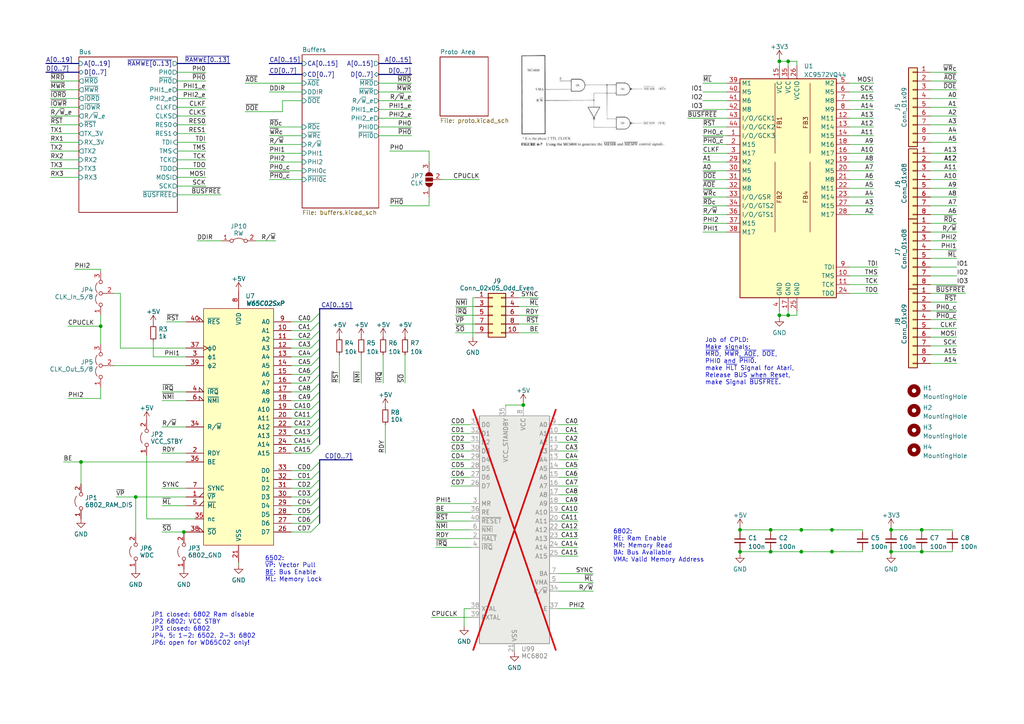
<source format=kicad_sch>
(kicad_sch (version 20230121) (generator eeschema)
  (paper "A4")
  (title_block (title "Unicomp v2 - 6502 6802 Board") (date "2023-07-06") (rev "v1") (company "100% Offner") (comment 1 "v1: Initial"))
  (junction (at 232.41 160.02))
  (junction (at 258.445 153.67))
  (junction (at 226.06 17.78))
  (junction (at 223.52 153.67))
  (junction (at 29.21 94.615))
  (junction (at 241.3 160.02))
  (junction (at 241.3 153.67))
  (junction (at 53.34 154.305))
  (junction (at 214.63 153.67))
  (junction (at 23.495 133.985))
  (junction (at 267.335 153.67))
  (junction (at 39.37 144.145))
  (junction (at 223.52 160.02))
  (junction (at 228.6 91.44))
  (junction (at 232.41 153.67))
  (junction (at 214.63 160.02))
  (junction (at 258.445 160.02))
  (junction (at 151.765 117.475))
  (junction (at 226.06 91.44))
  (junction (at 228.6 17.78))
  (junction (at 267.335 160.02))
  (bus_entry (at 92.71 128.905) (size -2.54 2.54))
  (bus_entry (at 92.71 106.045) (size -2.54 2.54))
  (bus_entry (at 92.71 90.805) (size -2.54 2.54))
  (bus_entry (at 92.71 146.685) (size -2.54 2.54))
  (bus_entry (at 92.71 144.145) (size -2.54 2.54))
  (bus_entry (at 92.71 126.365) (size -2.54 2.54))
  (bus_entry (at 92.71 149.225) (size -2.54 2.54))
  (bus_entry (at 92.71 116.205) (size -2.54 2.54))
  (bus_entry (at 92.71 123.825) (size -2.54 2.54))
  (bus_entry (at 92.71 113.665) (size -2.54 2.54))
  (bus_entry (at 92.71 111.125) (size -2.54 2.54))
  (bus_entry (at 92.71 133.985) (size -2.54 2.54))
  (bus_entry (at 92.71 121.285) (size -2.54 2.54))
  (bus_entry (at 92.71 108.585) (size -2.54 2.54))
  (bus_entry (at 92.71 139.065) (size -2.54 2.54))
  (bus_entry (at 92.71 93.345) (size -2.54 2.54))
  (bus_entry (at 92.71 151.765) (size -2.54 2.54))
  (bus_entry (at 92.71 118.745) (size -2.54 2.54))
  (bus_entry (at 92.71 98.425) (size -2.54 2.54))
  (bus_entry (at 92.71 141.605) (size -2.54 2.54))
  (bus_entry (at 92.71 100.965) (size -2.54 2.54))
  (bus_entry (at 92.71 103.505) (size -2.54 2.54))
  (bus_entry (at 92.71 95.885) (size -2.54 2.54))
  (bus_entry (at 92.71 136.525) (size -2.54 2.54))
  (wire (pts (xy 269.875 41.275) (xy 277.495 41.275)))
  (wire (pts (xy 241.3 159.385) (xy 241.3 160.02)))
  (wire (pts (xy 250.19 159.385) (xy 250.19 160.02)))
  (bus (pts (xy 92.71 95.885) (xy 92.71 93.345)))
  (wire (pts (xy 161.925 156.21) (xy 167.64 156.21)))
  (wire (pts (xy 203.835 24.13) (xy 210.82 24.13)))
  (wire (pts (xy 223.52 153.67) (xy 223.52 154.305)))
  (wire (pts (xy 124.46 57.15) (xy 124.46 59.69)))
  (wire (pts (xy 14.605 31.115) (xy 22.86 31.115)))
  (wire (pts (xy 161.925 130.81) (xy 167.64 130.81)))
  (wire (pts (xy 126.365 148.59) (xy 136.525 148.59)))
  (wire (pts (xy 269.875 69.85) (xy 277.495 69.85)))
  (wire (pts (xy 246.38 26.67) (xy 253.365 26.67)))
  (wire (pts (xy 84.455 154.305) (xy 90.17 154.305)))
  (wire (pts (xy 51.435 43.815) (xy 59.69 43.815)))
  (wire (pts (xy 84.455 126.365) (xy 90.17 126.365)))
  (bus (pts (xy 92.71 89.535) (xy 102.235 89.535)))
  (bus (pts (xy 51.435 18.415) (xy 66.675 18.415)))
  (wire (pts (xy 269.875 54.61) (xy 277.495 54.61)))
  (wire (pts (xy 21.59 78.105) (xy 29.21 78.105)))
  (wire (pts (xy 269.875 49.53) (xy 277.495 49.53)))
  (bus (pts (xy 109.855 21.59) (xy 119.38 21.59)))
  (wire (pts (xy 161.925 133.35) (xy 167.64 133.35)))
  (wire (pts (xy 84.455 95.885) (xy 90.17 95.885)))
  (wire (pts (xy 109.855 26.67) (xy 119.38 26.67)))
  (wire (pts (xy 71.12 32.385) (xy 81.915 32.385)))
  (wire (pts (xy 269.875 26.035) (xy 277.495 26.035)))
  (wire (pts (xy 199.39 34.29) (xy 210.82 34.29)))
  (wire (pts (xy 161.925 161.29) (xy 167.64 161.29)))
  (wire (pts (xy 269.875 38.735) (xy 277.495 38.735)))
  (bus (pts (xy 92.71 98.425) (xy 92.71 95.885)))
  (wire (pts (xy 18.415 133.985) (xy 23.495 133.985)))
  (wire (pts (xy 23.495 133.985) (xy 53.975 133.985)))
  (wire (pts (xy 124.46 46.99) (xy 124.46 43.815)))
  (wire (pts (xy 161.925 138.43) (xy 167.64 138.43)))
  (wire (pts (xy 84.455 111.125) (xy 90.17 111.125)))
  (wire (pts (xy 51.435 36.195) (xy 59.69 36.195)))
  (wire (pts (xy 84.455 108.585) (xy 90.17 108.585)))
  (wire (pts (xy 214.63 160.655) (xy 214.63 160.02)))
  (wire (pts (xy 29.21 78.105) (xy 29.21 78.74)))
  (wire (pts (xy 203.835 39.37) (xy 210.82 39.37)))
  (wire (pts (xy 214.63 160.02) (xy 223.52 160.02)))
  (wire (pts (xy 269.875 74.93) (xy 277.495 74.93)))
  (wire (pts (xy 203.835 26.67) (xy 210.82 26.67)))
  (wire (pts (xy 34.925 85.09) (xy 33.02 85.09)))
  (bus (pts (xy 92.71 139.065) (xy 92.71 136.525)))
  (wire (pts (xy 84.455 106.045) (xy 90.17 106.045)))
  (wire (pts (xy 71.12 24.13) (xy 87.63 24.13)))
  (wire (pts (xy 109.855 39.37) (xy 119.38 39.37)))
  (wire (pts (xy 51.435 20.955) (xy 59.69 20.955)))
  (wire (pts (xy 44.45 103.505) (xy 53.975 103.505)))
  (wire (pts (xy 128.27 52.07) (xy 139.065 52.07)))
  (wire (pts (xy 267.335 160.02) (xy 276.225 160.02)))
  (bus (pts (xy 92.71 151.765) (xy 92.71 149.225)))
  (wire (pts (xy 226.06 17.78) (xy 226.06 19.05)))
  (bus (pts (xy 92.71 116.205) (xy 92.71 113.665)))
  (bus (pts (xy 109.855 18.415) (xy 119.38 18.415)))
  (wire (pts (xy 51.435 28.575) (xy 59.69 28.575)))
  (wire (pts (xy 78.105 41.91) (xy 87.63 41.91)))
  (wire (pts (xy 34.925 100.965) (xy 53.975 100.965)))
  (bus (pts (xy 92.71 111.125) (xy 92.71 108.585)))
  (wire (pts (xy 109.855 24.13) (xy 119.38 24.13)))
  (wire (pts (xy 84.455 131.445) (xy 90.17 131.445)))
  (wire (pts (xy 250.19 153.67) (xy 250.19 154.305)))
  (wire (pts (xy 232.41 160.02) (xy 241.3 160.02)))
  (wire (pts (xy 228.6 17.78) (xy 228.6 19.05)))
  (wire (pts (xy 44.45 99.06) (xy 44.45 103.505)))
  (wire (pts (xy 161.925 135.89) (xy 167.64 135.89)))
  (wire (pts (xy 203.835 36.83) (xy 210.82 36.83)))
  (wire (pts (xy 258.445 153.67) (xy 267.335 153.67)))
  (wire (pts (xy 104.775 102.87) (xy 104.775 111.125)))
  (wire (pts (xy 78.105 49.53) (xy 87.63 49.53)))
  (wire (pts (xy 269.875 52.07) (xy 277.495 52.07)))
  (wire (pts (xy 14.605 46.355) (xy 22.86 46.355)))
  (wire (pts (xy 84.455 128.905) (xy 90.17 128.905)))
  (bus (pts (xy 92.71 149.225) (xy 92.71 146.685)))
  (wire (pts (xy 84.455 118.745) (xy 90.17 118.745)))
  (wire (pts (xy 57.15 69.85) (xy 64.135 69.85)))
  (wire (pts (xy 84.455 144.145) (xy 90.17 144.145)))
  (wire (pts (xy 137.16 86.36) (xy 137.16 97.79)))
  (wire (pts (xy 78.105 36.83) (xy 87.63 36.83)))
  (wire (pts (xy 269.875 102.87) (xy 277.495 102.87)))
  (wire (pts (xy 132.08 91.44) (xy 137.795 91.44)))
  (wire (pts (xy 269.875 57.15) (xy 277.495 57.15)))
  (wire (pts (xy 203.835 54.61) (xy 210.82 54.61)))
  (wire (pts (xy 246.38 59.69) (xy 253.365 59.69)))
  (wire (pts (xy 226.06 17.145) (xy 226.06 17.78)))
  (wire (pts (xy 51.435 51.435) (xy 59.69 51.435)))
  (wire (pts (xy 113.03 59.69) (xy 124.46 59.69)))
  (wire (pts (xy 258.445 153.035) (xy 258.445 153.67)))
  (wire (pts (xy 137.16 86.36) (xy 137.795 86.36)))
  (bus (pts (xy 92.71 146.685) (xy 92.71 144.145)))
  (wire (pts (xy 84.455 149.225) (xy 90.17 149.225)))
  (wire (pts (xy 136.525 125.73) (xy 130.81 125.73)))
  (wire (pts (xy 84.455 151.765) (xy 90.17 151.765)))
  (wire (pts (xy 23.495 140.335) (xy 23.495 133.985)))
  (wire (pts (xy 246.38 24.13) (xy 253.365 24.13)))
  (bus (pts (xy 92.71 141.605) (xy 92.71 139.065)))
  (wire (pts (xy 269.875 62.23) (xy 277.495 62.23)))
  (wire (pts (xy 203.835 59.69) (xy 210.82 59.69)))
  (wire (pts (xy 269.875 82.55) (xy 277.495 82.55)))
  (wire (pts (xy 258.445 153.67) (xy 258.445 154.305)))
  (wire (pts (xy 156.21 91.44) (xy 150.495 91.44)))
  (wire (pts (xy 136.525 130.81) (xy 130.81 130.81)))
  (wire (pts (xy 151.765 117.475) (xy 151.765 118.11)))
  (wire (pts (xy 203.835 52.07) (xy 210.82 52.07)))
  (wire (pts (xy 39.37 144.145) (xy 39.37 154.94)))
  (wire (pts (xy 14.605 41.275) (xy 22.86 41.275)))
  (wire (pts (xy 226.06 17.78) (xy 228.6 17.78)))
  (wire (pts (xy 136.525 135.89) (xy 130.81 135.89)))
  (wire (pts (xy 46.99 113.665) (xy 53.975 113.665)))
  (wire (pts (xy 53.34 154.305) (xy 53.34 154.94)))
  (wire (pts (xy 267.335 159.385) (xy 267.335 160.02)))
  (wire (pts (xy 161.925 148.59) (xy 167.64 148.59)))
  (wire (pts (xy 232.41 153.67) (xy 232.41 154.305)))
  (wire (pts (xy 78.105 46.99) (xy 87.63 46.99)))
  (wire (pts (xy 172.085 168.91) (xy 161.925 168.91)))
  (bus (pts (xy 92.71 133.985) (xy 92.71 133.35)))
  (bus (pts (xy 92.71 144.145) (xy 92.71 141.605)))
  (wire (pts (xy 14.605 51.435) (xy 22.86 51.435)))
  (wire (pts (xy 269.875 20.955) (xy 277.495 20.955)))
  (wire (pts (xy 203.835 57.15) (xy 210.82 57.15)))
  (wire (pts (xy 42.545 150.495) (xy 56.515 150.495)))
  (wire (pts (xy 269.875 77.47) (xy 277.495 77.47)))
  (wire (pts (xy 214.63 153.035) (xy 214.63 153.67)))
  (wire (pts (xy 151.765 116.84) (xy 151.765 117.475)))
  (wire (pts (xy 232.41 153.67) (xy 241.3 153.67)))
  (wire (pts (xy 84.455 100.965) (xy 90.17 100.965)))
  (bus (pts (xy 92.71 126.365) (xy 92.71 123.825)))
  (wire (pts (xy 34.925 100.965) (xy 34.925 85.09)))
  (wire (pts (xy 246.38 34.29) (xy 253.365 34.29)))
  (wire (pts (xy 231.14 91.44) (xy 231.14 90.17)))
  (wire (pts (xy 246.38 39.37) (xy 253.365 39.37)))
  (wire (pts (xy 223.52 153.67) (xy 232.41 153.67)))
  (wire (pts (xy 29.21 94.615) (xy 29.21 91.44)))
  (wire (pts (xy 269.875 28.575) (xy 277.495 28.575)))
  (wire (pts (xy 14.605 33.655) (xy 22.86 33.655)))
  (wire (pts (xy 46.99 116.205) (xy 53.975 116.205)))
  (wire (pts (xy 51.435 56.515) (xy 64.135 56.515)))
  (wire (pts (xy 169.545 176.53) (xy 161.925 176.53)))
  (wire (pts (xy 84.455 98.425) (xy 90.17 98.425)))
  (wire (pts (xy 51.435 26.035) (xy 59.69 26.035)))
  (wire (pts (xy 84.455 123.825) (xy 90.17 123.825)))
  (bus (pts (xy 92.71 93.345) (xy 92.71 90.805)))
  (wire (pts (xy 228.6 91.44) (xy 231.14 91.44)))
  (wire (pts (xy 84.455 116.205) (xy 90.17 116.205)))
  (bus (pts (xy 22.86 18.415) (xy 13.335 18.415)))
  (bus (pts (xy 92.71 121.285) (xy 92.71 118.745)))
  (wire (pts (xy 161.925 140.97) (xy 167.64 140.97)))
  (wire (pts (xy 136.525 138.43) (xy 130.81 138.43)))
  (wire (pts (xy 269.875 33.655) (xy 277.495 33.655)))
  (wire (pts (xy 228.6 17.78) (xy 231.14 17.78)))
  (wire (pts (xy 156.21 93.98) (xy 150.495 93.98)))
  (wire (pts (xy 269.875 87.63) (xy 277.495 87.63)))
  (wire (pts (xy 126.365 146.05) (xy 136.525 146.05)))
  (bus (pts (xy 92.71 103.505) (xy 92.71 100.965)))
  (wire (pts (xy 46.99 141.605) (xy 53.975 141.605)))
  (wire (pts (xy 246.38 77.47) (xy 254.635 77.47)))
  (wire (pts (xy 19.685 94.615) (xy 29.21 94.615)))
  (wire (pts (xy 109.855 34.29) (xy 119.38 34.29)))
  (wire (pts (xy 246.38 62.23) (xy 253.365 62.23)))
  (wire (pts (xy 232.41 159.385) (xy 232.41 160.02)))
  (wire (pts (xy 228.6 91.44) (xy 228.6 90.17)))
  (wire (pts (xy 51.435 48.895) (xy 59.69 48.895)))
  (wire (pts (xy 126.365 151.13) (xy 136.525 151.13)))
  (wire (pts (xy 84.455 139.065) (xy 90.17 139.065)))
  (wire (pts (xy 81.915 29.21) (xy 87.63 29.21)))
  (wire (pts (xy 53.975 144.145) (xy 39.37 144.145)))
  (wire (pts (xy 46.99 146.685) (xy 53.975 146.685)))
  (wire (pts (xy 51.435 33.655) (xy 59.69 33.655)))
  (wire (pts (xy 246.38 36.83) (xy 253.365 36.83)))
  (wire (pts (xy 29.21 94.615) (xy 29.21 99.695)))
  (wire (pts (xy 269.875 80.01) (xy 277.495 80.01)))
  (wire (pts (xy 269.875 31.115) (xy 277.495 31.115)))
  (wire (pts (xy 203.835 46.99) (xy 210.82 46.99)))
  (wire (pts (xy 78.105 52.07) (xy 87.63 52.07)))
  (wire (pts (xy 117.475 102.87) (xy 117.475 111.125)))
  (wire (pts (xy 172.085 171.45) (xy 161.925 171.45)))
  (wire (pts (xy 161.925 153.67) (xy 167.64 153.67)))
  (wire (pts (xy 29.21 115.57) (xy 29.21 112.395)))
  (wire (pts (xy 14.605 36.195) (xy 22.86 36.195)))
  (bus (pts (xy 87.63 18.415) (xy 78.105 18.415)))
  (wire (pts (xy 241.3 153.67) (xy 241.3 154.305)))
  (wire (pts (xy 136.525 123.19) (xy 130.81 123.19)))
  (wire (pts (xy 51.435 41.275) (xy 59.69 41.275)))
  (wire (pts (xy 269.875 92.71) (xy 277.495 92.71)))
  (wire (pts (xy 226.06 91.44) (xy 228.6 91.44)))
  (wire (pts (xy 269.875 67.31) (xy 277.495 67.31)))
  (wire (pts (xy 172.085 166.37) (xy 161.925 166.37)))
  (wire (pts (xy 269.875 90.17) (xy 277.495 90.17)))
  (wire (pts (xy 136.525 176.53) (xy 134.62 176.53)))
  (wire (pts (xy 226.06 90.17) (xy 226.06 91.44)))
  (wire (pts (xy 269.875 97.79) (xy 277.495 97.79)))
  (wire (pts (xy 125.095 179.07) (xy 136.525 179.07)))
  (wire (pts (xy 223.52 159.385) (xy 223.52 160.02)))
  (wire (pts (xy 161.925 158.75) (xy 167.64 158.75)))
  (wire (pts (xy 203.835 64.77) (xy 210.82 64.77)))
  (wire (pts (xy 51.435 53.975) (xy 59.69 53.975)))
  (wire (pts (xy 161.925 128.27) (xy 167.64 128.27)))
  (wire (pts (xy 203.835 49.53) (xy 210.82 49.53)))
  (wire (pts (xy 203.835 29.21) (xy 210.82 29.21)))
  (wire (pts (xy 19.685 115.57) (xy 29.21 115.57)))
  (bus (pts (xy 92.71 136.525) (xy 92.71 133.985)))
  (wire (pts (xy 132.08 96.52) (xy 137.795 96.52)))
  (wire (pts (xy 14.605 28.575) (xy 22.86 28.575)))
  (wire (pts (xy 246.38 29.21) (xy 253.365 29.21)))
  (bus (pts (xy 92.71 106.045) (xy 92.71 103.505)))
  (wire (pts (xy 111.125 102.87) (xy 111.125 111.125)))
  (wire (pts (xy 78.105 39.37) (xy 87.63 39.37)))
  (wire (pts (xy 246.38 49.53) (xy 253.365 49.53)))
  (wire (pts (xy 136.525 140.97) (xy 130.81 140.97)))
  (wire (pts (xy 161.925 125.73) (xy 167.64 125.73)))
  (wire (pts (xy 46.99 131.445) (xy 53.975 131.445)))
  (wire (pts (xy 48.26 93.345) (xy 53.975 93.345)))
  (wire (pts (xy 246.38 31.75) (xy 253.365 31.75)))
  (wire (pts (xy 84.455 103.505) (xy 90.17 103.505)))
  (wire (pts (xy 126.365 153.67) (xy 136.525 153.67)))
  (wire (pts (xy 203.835 41.91) (xy 210.82 41.91)))
  (wire (pts (xy 98.425 102.87) (xy 98.425 111.125)))
  (wire (pts (xy 223.52 160.02) (xy 232.41 160.02)))
  (wire (pts (xy 51.435 38.735) (xy 59.69 38.735)))
  (wire (pts (xy 161.925 146.05) (xy 167.64 146.05)))
  (wire (pts (xy 246.38 41.91) (xy 253.365 41.91)))
  (wire (pts (xy 14.605 43.815) (xy 22.86 43.815)))
  (wire (pts (xy 269.875 36.195) (xy 277.495 36.195)))
  (wire (pts (xy 231.14 17.78) (xy 231.14 19.05)))
  (wire (pts (xy 69.215 163.83) (xy 69.215 163.195)))
  (wire (pts (xy 203.835 67.31) (xy 210.82 67.31)))
  (wire (pts (xy 14.605 38.735) (xy 22.86 38.735)))
  (wire (pts (xy 214.63 153.67) (xy 214.63 154.305)))
  (wire (pts (xy 109.855 29.21) (xy 119.38 29.21)))
  (wire (pts (xy 136.525 133.35) (xy 130.81 133.35)))
  (wire (pts (xy 276.225 159.385) (xy 276.225 160.02)))
  (wire (pts (xy 151.765 117.475) (xy 146.685 117.475)))
  (wire (pts (xy 14.605 23.495) (xy 22.86 23.495)))
  (wire (pts (xy 203.835 44.45) (xy 210.82 44.45)))
  (wire (pts (xy 84.455 113.665) (xy 90.17 113.665)))
  (wire (pts (xy 14.605 26.035) (xy 22.86 26.035)))
  (wire (pts (xy 33.02 106.045) (xy 53.975 106.045)))
  (bus (pts (xy 92.71 108.585) (xy 92.71 106.045)))
  (bus (pts (xy 87.63 21.59) (xy 78.105 21.59)))
  (bus (pts (xy 92.71 118.745) (xy 92.71 116.205)))
  (wire (pts (xy 84.455 146.685) (xy 90.17 146.685)))
  (wire (pts (xy 126.365 158.75) (xy 136.525 158.75)))
  (wire (pts (xy 109.855 36.83) (xy 119.38 36.83)))
  (wire (pts (xy 226.06 91.44) (xy 226.06 92.075)))
  (wire (pts (xy 46.99 154.305) (xy 53.34 154.305)))
  (wire (pts (xy 203.835 62.23) (xy 210.82 62.23)))
  (wire (pts (xy 269.875 59.69) (xy 277.495 59.69)))
  (wire (pts (xy 84.455 121.285) (xy 90.17 121.285)))
  (wire (pts (xy 78.105 26.67) (xy 87.63 26.67)))
  (wire (pts (xy 258.445 160.02) (xy 267.335 160.02)))
  (wire (pts (xy 132.08 93.98) (xy 137.795 93.98)))
  (wire (pts (xy 203.835 31.75) (xy 210.82 31.75)))
  (wire (pts (xy 269.875 85.09) (xy 280.035 85.09)))
  (bus (pts (xy 92.71 100.965) (xy 92.71 98.425)))
  (wire (pts (xy 246.38 52.07) (xy 253.365 52.07)))
  (wire (pts (xy 269.875 100.33) (xy 277.495 100.33)))
  (wire (pts (xy 246.38 44.45) (xy 253.365 44.45)))
  (wire (pts (xy 267.335 153.67) (xy 267.335 154.305)))
  (wire (pts (xy 269.875 23.495) (xy 277.495 23.495)))
  (wire (pts (xy 246.38 54.61) (xy 253.365 54.61)))
  (wire (pts (xy 146.685 117.475) (xy 146.685 118.11)))
  (bus (pts (xy 92.71 128.905) (xy 92.71 126.365)))
  (wire (pts (xy 246.38 85.09) (xy 254.635 85.09)))
  (wire (pts (xy 156.21 96.52) (xy 150.495 96.52)))
  (wire (pts (xy 161.925 123.19) (xy 167.64 123.19)))
  (wire (pts (xy 269.875 46.99) (xy 277.495 46.99)))
  (bus (pts (xy 92.71 113.665) (xy 92.71 111.125)))
  (wire (pts (xy 269.875 72.39) (xy 277.495 72.39)))
  (bus (pts (xy 92.71 133.35) (xy 102.235 133.35)))
  (wire (pts (xy 136.525 128.27) (xy 130.81 128.27)))
  (wire (pts (xy 51.435 23.495) (xy 59.69 23.495)))
  (wire (pts (xy 42.545 132.08) (xy 42.545 150.495)))
  (wire (pts (xy 111.76 123.19) (xy 111.76 131.445)))
  (wire (pts (xy 269.875 95.25) (xy 277.495 95.25)))
  (bus (pts (xy 22.86 20.955) (xy 13.335 20.955)))
  (wire (pts (xy 109.855 31.75) (xy 119.38 31.75)))
  (wire (pts (xy 113.03 43.815) (xy 124.46 43.815)))
  (wire (pts (xy 150.495 88.9) (xy 156.21 88.9)))
  (wire (pts (xy 241.3 160.02) (xy 250.19 160.02)))
  (bus (pts (xy 92.71 123.825) (xy 92.71 121.285)))
  (wire (pts (xy 246.38 46.99) (xy 253.365 46.99)))
  (wire (pts (xy 269.875 64.77) (xy 277.495 64.77)))
  (wire (pts (xy 84.455 141.605) (xy 90.17 141.605)))
  (wire (pts (xy 51.435 46.355) (xy 59.69 46.355)))
  (wire (pts (xy 51.435 31.115) (xy 59.69 31.115)))
  (wire (pts (xy 214.63 160.02) (xy 214.63 159.385)))
  (wire (pts (xy 258.445 159.385) (xy 258.445 160.02)))
  (wire (pts (xy 74.295 69.85) (xy 80.01 69.85)))
  (wire (pts (xy 258.445 160.02) (xy 258.445 160.655)))
  (wire (pts (xy 81.915 32.385) (xy 81.915 29.21)))
  (wire (pts (xy 276.225 153.67) (xy 276.225 154.305)))
  (wire (pts (xy 214.63 153.67) (xy 223.52 153.67)))
  (wire (pts (xy 267.335 153.67) (xy 276.225 153.67)))
  (wire (pts (xy 246.38 80.01) (xy 254.635 80.01)))
  (wire (pts (xy 132.08 88.9) (xy 137.795 88.9)))
  (wire (pts (xy 246.38 82.55) (xy 254.635 82.55)))
  (wire (pts (xy 14.605 48.895) (xy 22.86 48.895)))
  (wire (pts (xy 269.875 105.41) (xy 277.495 105.41)))
  (wire (pts (xy 33.655 144.145) (xy 39.37 144.145)))
  (wire (pts (xy 269.875 44.45) (xy 277.495 44.45)))
  (wire (pts (xy 241.3 153.67) (xy 250.19 153.67)))
  (wire (pts (xy 84.455 93.345) (xy 90.17 93.345)))
  (wire (pts (xy 53.34 154.305) (xy 53.975 154.305)))
  (wire (pts (xy 246.38 57.15) (xy 253.365 57.15)))
  (bus (pts (xy 92.71 90.805) (xy 92.71 89.535)))
  (wire (pts (xy 78.105 44.45) (xy 87.63 44.45)))
  (wire (pts (xy 46.99 123.825) (xy 53.975 123.825)))
  (wire (pts (xy 84.455 136.525) (xy 90.17 136.525)))
  (wire (pts (xy 134.62 176.53) (xy 134.62 181.61)))
  (wire (pts (xy 161.925 151.13) (xy 167.64 151.13)))
  (wire (pts (xy 161.925 143.51) (xy 167.64 143.51)))
  (wire (pts (xy 150.495 86.36) (xy 156.21 86.36)))
  (wire (pts (xy 126.365 156.21) (xy 136.525 156.21)))
  (image (at 172.085 29.21))
  (text "JP1 closed: 6802 Ram disable\nJP2 6802: VCC STBY\nJP3 closed: 6802\nJP4, 5: 1-2: 6502, 2-3: 6802\nJP6: open for WD65C02 only!\n" (at 43.815 187.325 0) (effects (font (size 1.27 1.27)) (justify left bottom)))
  (text "6802:\nRE: Ram Enable\nMR: Memory Read\nBA: Bus Available\nVMA: Valid Memory Address" (at 177.8 163.195 0) (effects (font (size 1.27 1.27)) (justify left bottom)))
  (text "Job of CPLD:\nMake signals:\n~{MRD}, ~{MWR}, ~{AOE}, ~{DOE},\nPHI0 and ~{PHI0}.\nmake ~{HLT} Signal for Atari,\nRelease BUS when Reset,\nmake Signal ~{BUSFREE}." (at 204.47 111.76 0) (effects (font (size 1.27 1.27)) (justify left bottom)))
  (text "6502:\n~{VP}: Vector Pull\nBE: Bus Enable\n~{ML}: Memory Lock" (at 76.835 168.91 0) (effects (font (size 1.27 1.27)) (justify left bottom)))
  (label "~{IOWR}" (at 14.605 31.115 0))
  (label "~{IRQ}" (at 126.365 158.75 0))
  (label "~{IRQ}" (at 46.99 113.665 0))
  (label "A9" (at 253.365 41.91 180))
  (label "A5" (at 253.365 54.61 180))
  (label "A14" (at 277.495 105.41 180))
  (label "RDY" (at 46.99 131.445 0))
  (label "~{DOE}" (at 203.835 52.07 0))
  (label "CA0" (at 90.17 93.345 180))
  (label "~{VP}" (at 132.08 93.98 0))
  (label "CD4" (at 90.17 146.685 180))
  (label "~{WR}c" (at 203.835 57.15 0))
  (label "CD0" (at 130.81 123.19 0))
  (label "PHI2" (at 78.105 46.99 0))
  (label "BE" (at 126.365 148.59 0))
  (label "~{BUSFREE}" (at 64.135 56.515 180))
  (label "CA12" (at 90.17 123.825 180))
  (label "CA5" (at 167.64 135.89 180))
  (label "CA2" (at 167.64 128.27 180))
  (label "PHI2_e" (at 59.69 28.575 180))
  (label "~{PH0_c}" (at 277.495 92.71 180))
  (label "A1" (at 277.495 31.115 180))
  (label "R{slash}~{W}" (at 203.835 62.23 0))
  (label "TCK" (at 254.635 82.55 180))
  (label "A11" (at 253.365 39.37 180))
  (label "CA15" (at 167.64 161.29 180))
  (label "RDY" (at 126.365 156.21 0))
  (label "CA13" (at 167.64 156.21 180))
  (label "~{MWR}" (at 119.38 26.67 180))
  (label "BE" (at 18.415 133.985 0))
  (label "CA11" (at 90.17 121.285 180))
  (label "~{DOE}" (at 277.495 26.035 180))
  (label "PH0_c" (at 277.495 90.17 180))
  (label "PH0" (at 59.69 20.955 180))
  (label "~{ML}" (at 172.085 168.91 180))
  (label "BE" (at 156.21 96.52 180))
  (label "TX2" (at 14.605 43.815 0))
  (label "CA9" (at 167.64 146.05 180))
  (label "CD5" (at 90.17 149.225 180))
  (label "A10" (at 253.365 44.45 180))
  (label "~{NMI}" (at 104.775 111.125 90))
  (label "CA13" (at 90.17 126.365 180))
  (label "~{BUSFREE}" (at 280.035 85.09 180))
  (label "TX3" (at 14.605 48.895 0))
  (label "CLKS" (at 59.69 33.655 180))
  (label "A13" (at 253.365 34.29 180))
  (label "SCK" (at 277.495 100.33 180))
  (label "CA8" (at 167.64 143.51 180))
  (label "SCK" (at 59.69 53.975 180))
  (label "TDO" (at 254.635 85.09 180))
  (label "R{slash}~{W}" (at 78.105 41.91 0))
  (label "~{PH0_c}" (at 78.105 52.07 0))
  (label "A5" (at 277.495 41.275 180))
  (label "A0" (at 203.835 49.53 0))
  (label "CD0" (at 90.17 136.525 180))
  (label "A12" (at 253.365 36.83 180))
  (label "R{slash}~{W}_e" (at 119.38 29.21 180))
  (label "~{WR}c" (at 277.495 20.955 180))
  (label "CA4" (at 90.17 103.505 180))
  (label "CD2" (at 90.17 141.605 180))
  (label "A10" (at 277.495 52.07 180))
  (label "PHI1" (at 78.105 44.45 0))
  (label "A15" (at 253.365 29.21 180))
  (label "R{slash}~{W}" (at 46.99 123.825 0))
  (label "DDIR" (at 78.105 26.67 0))
  (label "TDI" (at 59.69 41.275 180))
  (label "~{SO}" (at 117.475 111.125 90))
  (label "~{RST}" (at 14.605 36.195 0))
  (label "R{slash}~{W}_e" (at 14.605 33.655 0))
  (label "~{PH0}" (at 59.69 23.495 180))
  (label "CLKF" (at 59.69 31.115 180))
  (label "~{RST}" (at 203.835 36.83 0))
  (label "~{ML}" (at 277.495 74.93 180))
  (label "CA10" (at 90.17 118.745 180))
  (label "IO1" (at 203.835 26.67 180))
  (label "~{RAMWE[0..13]}" (at 66.675 18.415 180))
  (label "SYNC" (at 172.085 166.37 180))
  (label "~{RST}" (at 156.21 93.98 180))
  (label "CD1" (at 90.17 139.065 180))
  (label "CA14" (at 90.17 128.905 180))
  (label "SCK" (at 253.365 26.67 180))
  (label "~{IORD}" (at 14.605 28.575 0))
  (label "A9" (at 277.495 54.61 180))
  (label "~{MRD}" (at 119.38 24.13 180))
  (label "A15" (at 277.495 102.87 180))
  (label "CD6" (at 90.17 151.765 180))
  (label "CA0" (at 167.64 123.19 180))
  (label "CA4" (at 167.64 133.35 180))
  (label "CA7" (at 167.64 140.97 180))
  (label "RX3" (at 14.605 51.435 0))
  (label "CD3" (at 130.81 130.81 0))
  (label "CD6" (at 130.81 138.43 0))
  (label "SYNC" (at 156.21 86.36 180))
  (label "RES1" (at 59.69 38.735 180))
  (label "IO3" (at 277.495 82.55 0))
  (label "CD2" (at 130.81 128.27 0))
  (label "A3" (at 253.365 59.69 180))
  (label "R{slash}~{W}" (at 172.085 171.45 180))
  (label "CLKF" (at 203.835 44.45 0))
  (label "DDIR" (at 57.15 69.85 0))
  (label "TDO" (at 59.69 48.895 180))
  (label "MOSI" (at 59.69 51.435 180))
  (label "CA11" (at 167.64 151.13 180))
  (label "~{SO}" (at 132.08 96.52 0))
  (label "~{PH0_c}" (at 203.835 41.91 0))
  (label "CA3" (at 90.17 100.965 180))
  (label "CA[0..15]" (at 102.235 89.535 180))
  (label "~{RD}c" (at 78.105 36.83 0))
  (label "CA[0..15]" (at 78.105 18.415 0))
  (label "~{PH0}" (at 119.38 39.37 180))
  (label "PHI1" (at 126.365 146.05 0))
  (label "PHI2" (at 277.495 69.85 180))
  (label "RES0" (at 59.69 36.195 180))
  (label "IO1" (at 277.495 77.47 0))
  (label "CA15" (at 90.17 131.445 180))
  (label "CD5" (at 130.81 135.89 0))
  (label "PHI1" (at 47.625 103.505 0))
  (label "PH0" (at 113.03 43.815 0))
  (label "~{PH0}" (at 113.03 59.69 0))
  (label "~{ML}" (at 203.835 24.13 0))
  (label "IO3" (at 203.835 31.75 180))
  (label "CA6" (at 90.17 108.585 180))
  (label "CA2" (at 90.17 98.425 180))
  (label "~{NMI}" (at 132.08 88.9 0))
  (label "~{DOE}" (at 71.12 32.385 0))
  (label "CD[0..7]" (at 78.105 21.59 0))
  (label "TMS" (at 59.69 43.815 180))
  (label "MOSI" (at 277.495 97.79 180))
  (label "D[0..7]" (at 13.335 20.955 0))
  (label "RX1" (at 14.605 41.275 0))
  (label "CD3" (at 90.17 144.145 180))
  (label "A13" (at 277.495 44.45 180))
  (label "CPUCLK" (at 19.685 94.615 0))
  (label "~{IRQ}" (at 132.08 91.44 0))
  (label "~{SO}" (at 46.99 154.305 0))
  (label "A14" (at 253.365 31.75 180))
  (label "PHI2" (at 169.545 176.53 180))
  (label "PHI2_e" (at 119.38 34.29 180))
  (label "~{MWR}" (at 14.605 26.035 0))
  (label "CA3" (at 167.64 130.81 180))
  (label "RX2" (at 14.605 46.355 0))
  (label "CPUCLK" (at 125.095 179.07 0))
  (label "TDI" (at 254.635 77.47 180))
  (label "CA5" (at 90.17 106.045 180))
  (label "R{slash}~{W}" (at 277.495 67.31 180))
  (label "CA8" (at 90.17 113.665 180))
  (label "A2" (at 253.365 62.23 180))
  (label "TX1" (at 14.605 38.735 0))
  (label "CLKF" (at 277.495 95.25 180))
  (label "A8" (at 253.365 46.99 180))
  (label "A0" (at 277.495 28.575 180))
  (label "~{RST}" (at 277.495 87.63 180))
  (label "CD7" (at 130.81 140.97 0))
  (label "~{RD}c" (at 277.495 64.77 180))
  (label "CA14" (at 167.64 158.75 180))
  (label "A12" (at 277.495 46.99 180))
  (label "PHI2" (at 203.835 64.77 0))
  (label "CA10" (at 167.64 148.59 180))
  (label "CA12" (at 167.64 153.67 180))
  (label "RDY" (at 111.76 131.445 90))
  (label "A8" (at 277.495 57.15 180))
  (label "PHI2" (at 19.685 115.57 0))
  (label "IO2" (at 203.835 29.21 180))
  (label "~{RST}" (at 48.26 93.345 0))
  (label "R{slash}~{W}" (at 80.01 69.85 180))
  (label "A6" (at 253.365 52.07 180))
  (label "A6" (at 277.495 62.23 180))
  (label "PHI1_e" (at 119.38 31.75 180))
  (label "~{ML}" (at 156.21 88.9 180))
  (label "TMS" (at 254.635 80.01 180))
  (label "CD7" (at 90.17 154.305 180))
  (label "PH0_c" (at 203.835 39.37 0))
  (label "~{VP}" (at 33.655 144.145 0))
  (label "CPUCLK" (at 139.065 52.07 180))
  (label "CA1" (at 90.17 95.885 180))
  (label "A[0..19]" (at 13.335 18.415 0))
  (label "A12" (at 277.495 46.99 180))
  (label "~{AOE}" (at 203.835 54.61 0))
  (label "CD[0..7]" (at 102.235 133.35 180))
  (label "CD4" (at 130.81 133.35 0))
  (label "~{ML}" (at 46.99 146.685 0))
  (label "PH0_c" (at 78.105 49.53 0))
  (label "PH0" (at 119.38 36.83 180))
  (label "CA6" (at 167.64 138.43 180))
  (label "~{MRD}" (at 14.605 23.495 0))
  (label "CA7" (at 90.17 111.125 180))
  (label "PHI1" (at 277.495 72.39 180))
  (label "~{AOE}" (at 277.495 23.495 180))
  (label "~{RD}c" (at 203.835 59.69 0))
  (label "A4" (at 253.365 57.15 180))
  (label "A4" (at 277.495 38.735 180))
  (label "A11" (at 277.495 49.53 180))
  (label "CD1" (at 130.81 125.73 0))
  (label "~{AOE}" (at 71.12 24.13 0))
  (label "RDY" (at 156.21 91.44 180))
  (label "A3" (at 277.495 36.195 180))
  (label "PHI2" (at 21.59 78.105 0))
  (label "PHI1" (at 203.835 67.31 0))
  (label "A7" (at 277.495 59.69 180))
  (label "~{NMI}" (at 46.99 116.205 0))
  (label "IO2" (at 277.495 80.01 0))
  (label "CA9" (at 90.17 116.205 180))
  (label "MOSI" (at 253.365 24.13 180))
  (label "~{NMI}" (at 126.365 153.67 0))
  (label "CA1" (at 167.64 125.73 180))
  (label "D[0..7]" (at 119.38 21.59 180))
  (label "~{WR}c" (at 78.105 39.37 0))
  (label "A7" (at 253.365 49.53 180))
  (label "SYNC" (at 46.99 141.605 0))
  (label "~{IRQ}" (at 111.125 111.125 90))
  (label "TCK" (at 59.69 46.355 180))
  (label "A2" (at 277.495 33.655 180))
  (label "A[0..15]" (at 119.38 18.415 180))
  (label "~{BUSFREE}" (at 199.39 34.29 0))
  (label "A1" (at 203.835 46.99 0))
  (label "PHI1_e" (at 59.69 26.035 180))
  (label "~{RST}" (at 126.365 151.13 0))
  (label "~{RST}" (at 98.425 111.125 90))
  (symbol (lib_id "power:+5V") (at 117.475 97.79 0) (unit 1)
    (property "Reference" "#PWR058" (effects hide))
    (property "Value" "+5V" (at 117.475 94.2142 0))
  )
  (symbol (lib_id "power:GND") (at 53.34 165.1 0) (mirror y) (unit 1)
    (property "Reference" "#PWR065" (effects hide))
    (property "Value" "GND" (at 53.34 169.5434 0))
  )
  (symbol (lib_id "power:GND") (at 39.37 165.1 0) (mirror y) (unit 1)
    (property "Reference" "#PWR0101" (effects hide))
    (property "Value" "GND" (at 39.37 169.5434 0))
  )
  (symbol (lib_id "Device:R_Small") (at 98.425 100.33 0) (unit 1)
    (property "Reference" "R4" (at 99.9236 99.4953 0) (effects (justify left)))
    (property "Value" "10k" (at 99.9236 102.0322 0) (effects (justify left)))
    (property "Footprint" "Resistor_SMD:R_1206_3216Metric_Pad1.30x1.75mm_HandSolder" (effects hide))
  )
  (symbol (lib_id "power:+5V") (at 111.76 118.11 0) (unit 1)
    (property "Reference" "#PWR060" (effects hide))
    (property "Value" "+5V" (at 111.76 114.5342 0))
  )
  (symbol (lib_id "power:GND") (at 69.215 163.83 0) (mirror y) (unit 1)
    (property "Reference" "#PWR063" (effects hide))
    (property "Value" "GND" (at 69.215 168.2734 0))
  )
  (symbol (lib_id "Jumper:Jumper_2_Open") (at 39.37 160.02 90) (unit 1)
    (property "Reference" "JP6" (at 40.513 158.996 90) (effects (justify right)))
    (property "Value" "WDC" (at 40.513 161.044 90) (effects (justify right)))
    (property "Footprint" "Jumper:SolderJumper-2_P1.3mm_Open_RoundedPad1.0x1.5mm" (effects hide))
  )
  (symbol (lib_id "Device:C_Small") (at 223.52 156.845 0) (unit 1)
    (property "Reference" "C2" (at 225.8441 156.0166 0) (effects (justify left)))
    (property "Value" "100n" (at 225.8441 158.5535 0) (effects (justify left)))
    (property "Footprint" "Capacitor_SMD:C_1206_3216Metric" (effects hide))
  )
  (symbol (lib_id "power:GND") (at 23.495 150.495 0) (mirror y) (unit 1)
    (property "Reference" "#PWR0102" (effects hide))
    (property "Value" "GND" (at 23.495 154.9384 0))
  )
  (symbol (lib_id "Mechanical:MountingHole") (at 265.1125 113.3475 0) (unit 1)
    (property "Reference" "H1" (at 267.6525 112.5128 0) (effects (justify left)))
    (property "Value" "MountingHole" (at 267.6525 115.0497 0) (effects (justify left)))
    (property "Footprint" "MountingHole:MountingHole_3.2mm_M3" (effects hide))
  )
  (symbol (lib_id "Device:C_Small") (at 276.225 156.845 0) (unit 1)
    (property "Reference" "C8" (at 278.5491 156.0166 0) (effects (justify left)))
    (property "Value" "100n" (at 278.5491 158.5535 0) (effects (justify left)))
    (property "Footprint" "Capacitor_SMD:C_1206_3216Metric" (effects hide))
  )
  (symbol (lib_id "power:+5V") (at 98.425 97.79 0) (unit 1)
    (property "Reference" "#PWR055" (effects hide))
    (property "Value" "+5V" (at 98.425 94.2142 0))
  )
  (symbol (lib_id "power:+5V") (at 69.215 84.455 0) (unit 1)
    (property "Reference" "#PWR053" (effects hide))
    (property "Value" "+5V" (at 69.215 80.8792 0))
  )
  (symbol (lib_id "Jumper:SolderJumper_3_Open") (at 124.46 52.07 90) (unit 1)
    (property "Reference" "JP7" (at 122.8091 51.046 90) (effects (justify left)))
    (property "Value" "CLK" (at 122.8091 53.094 90) (effects (justify left)))
    (property "Footprint" "Jumper:SolderJumper-3_P1.3mm_Open_RoundedPad1.0x1.5mm_NumberLabels" (effects hide))
  )
  (symbol (lib_id "power:+5V") (at 44.45 93.98 0) (unit 1)
    (property "Reference" "#PWR054" (effects hide))
    (property "Value" "+5V" (at 44.45 90.4042 0))
  )
  (symbol (lib_id "power:GND") (at 134.62 181.61 0) (mirror y) (unit 1)
    (property "Reference" "#PWR066" (effects hide))
    (property "Value" "GND" (at 134.62 186.0534 0))
  )
  (symbol (lib_id "power:GND") (at 149.225 189.23 0) (mirror y) (unit 1)
    (property "Reference" "#PWR067" (effects hide))
    (property "Value" "GND" (at 149.225 193.6734 0))
  )
  (symbol (lib_id "Connector_Generic:Conn_01x09") (at 264.795 31.115 0) (mirror y) (unit 1)
    (property "Reference" "J5" (at 260.35 31.115 90))
    (property "Value" "Conn_01x09" (at 262.2519 31.115 90))
    (property "Footprint" "Connector_PinHeader_2.54mm:PinHeader_1x09_P2.54mm_Vertical" (effects hide))
  )
  (symbol (lib_id "Device:C_Small") (at 267.335 156.845 0) (unit 1)
    (property "Reference" "C7" (at 269.6591 156.0166 0) (effects (justify left)))
    (property "Value" "100n" (at 269.6591 158.5535 0) (effects (justify left)))
    (property "Footprint" "Capacitor_SMD:C_1206_3216Metric" (effects hide))
  )
  (symbol (lib_id "power:GND") (at 214.63 160.655 0) (unit 1)
    (property "Reference" "#PWR05" (effects hide))
    (property "Value" "GND" (at 214.63 165.0984 0))
  )
  (symbol (lib_id "Mechanical:MountingHole") (at 265.1125 124.7775 0) (unit 1)
    (property "Reference" "H3" (at 267.6525 123.9428 0) (effects (justify left)))
    (property "Value" "MountingHole" (at 267.6525 126.4797 0) (effects (justify left)))
    (property "Footprint" "MountingHole:MountingHole_3.2mm_M3" (effects hide))
  )
  (symbol (lib_id "Device:R_Small") (at 104.775 100.33 0) (unit 1)
    (property "Reference" "R5" (at 106.2736 99.4953 0) (effects (justify left)))
    (property "Value" "10k" (at 106.2736 102.0322 0) (effects (justify left)))
    (property "Footprint" "Resistor_SMD:R_1206_3216Metric_Pad1.30x1.75mm_HandSolder" (effects hide))
  )
  (symbol (lib_id "power:+3V3") (at 226.06 17.145 0) (unit 1)
    (property "Reference" "#PWR01" (effects hide))
    (property "Value" "+3V3" (at 226.06 13.5692 0))
  )
  (symbol (lib_id "Jumper:Jumper_3_Open") (at 29.21 85.09 90) (unit 1)
    (property "Reference" "JP4" (at 27.0758 84.066 90) (effects (justify left)))
    (property "Value" "CLK_In_5/8" (at 27.0758 86.114 90) (effects (justify left)))
    (property "Footprint" "Jumper:SolderJumper-3_P1.3mm_Open_Pad1.0x1.5mm_NumberLabels" (effects hide))
  )
  (symbol (lib_id "Jumper:Jumper_2_Open") (at 23.495 145.415 90) (unit 1)
    (property "Reference" "JP1" (at 24.638 144.391 90) (effects (justify right)))
    (property "Value" "6802_RAM_DIS" (at 24.638 146.439 90) (effects (justify right)))
    (property "Footprint" "Jumper:SolderJumper-2_P1.3mm_Open_RoundedPad1.0x1.5mm" (effects hide))
  )
  (symbol (lib_id "power:GND") (at 137.16 97.79 0) (unit 1)
    (property "Reference" "#PWR07" (effects hide))
    (property "Value" "GND" (at 137.16 102.2334 0))
  )
  (symbol (lib_id "Mechanical:MountingHole") (at 265.1125 119.0625 0) (unit 1)
    (property "Reference" "H2" (at 267.6525 118.2278 0) (effects (justify left)))
    (property "Value" "MountingHole" (at 267.6525 120.7647 0) (effects (justify left)))
    (property "Footprint" "MountingHole:MountingHole_3.2mm_M3" (effects hide))
  )
  (symbol (lib_id "Jumper:Jumper_3_Open") (at 29.21 106.045 90) (unit 1)
    (property "Reference" "JP5" (at 27.0758 105.021 90) (effects (justify left)))
    (property "Value" "CLK_Out_5/8" (at 27.0758 107.069 90) (effects (justify left)))
    (property "Footprint" "Jumper:SolderJumper-3_P1.3mm_Open_Pad1.0x1.5mm_NumberLabels" (effects hide))
  )
  (symbol (lib_id "power:+5V") (at 42.545 121.92 0) (unit 1)
    (property "Reference" "#PWR0103" (effects hide))
    (property "Value" "+5V" (at 42.545 118.3442 0))
  )
  (symbol (lib_id "power:+5V") (at 111.125 97.79 0) (unit 1)
    (property "Reference" "#PWR057" (effects hide))
    (property "Value" "+5V" (at 111.125 94.2142 0))
  )
  (symbol (lib_id "Connector_Generic:Conn_01x08") (at 264.795 72.39 0) (mirror y) (unit 1)
    (property "Reference" "J7" (at 260.35 74.295 90) (effects (justify left)))
    (property "Value" "Conn_01x08" (at 262.2519 78.105 90) (effects (justify left)))
    (property "Footprint" "Connector_PinHeader_2.54mm:PinHeader_1x08_P2.54mm_Vertical" (effects hide))
  )
  (symbol (lib_id "Mechanical:MountingHole") (at 265.1125 130.4925 0) (unit 1)
    (property "Reference" "H4" (at 267.6525 129.6578 0) (effects (justify left)))
    (property "Value" "MountingHole" (at 267.6525 132.1947 0) (effects (justify left)))
    (property "Footprint" "MountingHole:MountingHole_3.2mm_M3" (effects hide))
  )
  (symbol (lib_id "my_ics_new:XC9572VQ44") (at 228.6 52.07 0) (unit 1)
    (property "Reference" "U1" (at 233.1594 19.1602 0) (effects (justify left)))
    (property "Value" "XC9572VQ44" (at 233.1594 21.6971 0) (effects (justify left)))
    (property "Footprint" "Package_QFP:TQFP-44_10x10mm_P0.8mm" (effects hide))
  )
  (symbol (lib_id "65xx:W65C02SxP") (at 69.215 123.825 0) (unit 1)
    (property "Reference" "U7" (at 71.1709 85.844 0) (effects (justify left)))
    (property "Value" "W65C02SxP" (at 71.1709 88.011 0) (effects (font bold italic) (justify left)))
    (property "Footprint" "Package_DIP:DIP-40_W15.24mm_Socket_LongPads" (effects hide))
    (property "Datasheet" "http://www.westerndesigncenter.com/wdc/documentation/w65c02s.pdf" (effects hide))
  )
  (symbol (lib_id "power:GND") (at 258.445 160.655 0) (unit 1)
    (property "Reference" "#PWR06" (effects hide))
    (property "Value" "GND" (at 258.445 165.0984 0))
  )
  (symbol (lib_id "power:+3V3") (at 258.445 153.035 0) (unit 1)
    (property "Reference" "#PWR04" (effects hide))
    (property "Value" "+3V3" (at 258.445 149.4592 0))
  )
  (symbol (lib_id "Device:C_Small") (at 250.19 156.845 0) (unit 1)
    (property "Reference" "C5" (at 252.5141 156.0166 0) (effects (justify left)))
    (property "Value" "100n" (at 252.5141 158.5535 0) (effects (justify left)))
    (property "Footprint" "Capacitor_SMD:C_1206_3216Metric" (effects hide))
  )
  (symbol (lib_id "Device:C_Small") (at 214.63 156.845 0) (unit 1)
    (property "Reference" "C1" (at 216.9541 156.0166 0) (effects (justify left)))
    (property "Value" "100n" (at 216.9541 158.5535 0) (effects (justify left)))
    (property "Footprint" "Capacitor_SMD:C_1206_3216Metric" (effects hide))
  )
  (symbol (lib_id "power:+5V") (at 104.775 97.79 0) (unit 1)
    (property "Reference" "#PWR056" (effects hide))
    (property "Value" "+5V" (at 104.775 94.2142 0))
  )
  (symbol (lib_id "Jumper:Jumper_2_Open") (at 53.34 160.02 90) (unit 1)
    (property "Reference" "JP3" (at 54.483 158.996 90) (effects (justify right)))
    (property "Value" "6802_GND" (at 54.483 161.044 90) (effects (justify right)))
    (property "Footprint" "Jumper:SolderJumper-2_P1.3mm_Open_RoundedPad1.0x1.5mm" (effects hide))
  )
  (symbol (lib_id "Connector_Generic:Conn_02x05_Odd_Even") (at 142.875 91.44 0) (unit 1)
    (property "Reference" "J9" (at 144.145 81.51 0))
    (property "Value" "Conn_02x05_Odd_Even" (at 144.145 83.558 0))
    (property "Footprint" "Connector_PinHeader_2.54mm:PinHeader_2x05_P2.54mm_Horizontal" (effects hide))
  )
  (symbol (lib_id "Jumper:Jumper_2_Bridged") (at 69.215 69.85 0) (unit 1)
    (property "Reference" "JP10" (at 69.215 65.635 0))
    (property "Value" "RW" (at 69.215 67.683 0))
    (property "Footprint" "Jumper:SolderJumper-2_P1.3mm_Bridged_RoundedPad1.0x1.5mm" (effects hide))
  )
  (symbol (lib_id "CPU_NXP_6800:MC6802") (at 149.225 153.67 0) (unit 1) (in_bom no) (on_board no) (dnp yes)
    (property "Reference" "U99" (at 151.1809 188.222 0) (effects (justify left)))
    (property "Value" "MC6802" (at 151.1809 190.27 0) (effects (justify left)))
    (property "Footprint" "Package_DIP:DIP-40_W15.24mm" (effects hide))
    (property "Datasheet" "https://www.jameco.com/Jameco/Products/ProdDS/43502.pdf" (effects hide))
  )
  (symbol (lib_id "Device:C_Small") (at 258.445 156.845 0) (unit 1)
    (property "Reference" "C6" (at 260.7691 156.0166 0) (effects (justify left)))
    (property "Value" "100n" (at 260.7691 158.5535 0) (effects (justify left)))
    (property "Footprint" "Capacitor_SMD:C_1206_3216Metric" (effects hide))
  )
  (symbol (lib_id "power:+5V") (at 214.63 153.035 0) (unit 1)
    (property "Reference" "#PWR03" (effects hide))
    (property "Value" "+5V" (at 214.63 149.4592 0))
  )
  (symbol (lib_id "Device:R_Small") (at 44.45 96.52 0) (unit 1)
    (property "Reference" "R3" (at 45.9486 95.496 0) (effects (justify left)))
    (property "Value" "1k" (at 45.9486 97.544 0) (effects (justify left)))
    (property "Footprint" "Resistor_SMD:R_1206_3216Metric_Pad1.30x1.75mm_HandSolder" (effects hide))
  )
  (symbol (lib_id "Jumper:Jumper_2_Open") (at 42.545 127 90) (unit 1)
    (property "Reference" "JP2" (at 43.688 125.976 90) (effects (justify right)))
    (property "Value" "VCC_STBY" (at 43.688 128.024 90) (effects (justify right)))
    (property "Footprint" "Jumper:SolderJumper-2_P1.3mm_Open_RoundedPad1.0x1.5mm" (effects hide))
  )
  (symbol (lib_id "power:+5V") (at 151.765 116.84 0) (unit 1)
    (property "Reference" "#PWR059" (effects hide))
    (property "Value" "+5V" (at 151.765 113.2642 0))
  )
  (symbol (lib_id "power:GND") (at 226.06 92.075 0) (unit 1)
    (property "Reference" "#PWR02" (effects hide))
    (property "Value" "GND" (at 226.06 96.5184 0))
  )
  (symbol (lib_id "Device:R_Small") (at 111.125 100.33 0) (unit 1)
    (property "Reference" "R6" (at 112.6236 99.4953 0) (effects (justify left)))
    (property "Value" "10k" (at 112.6236 102.0322 0) (effects (justify left)))
    (property "Footprint" "Resistor_SMD:R_1206_3216Metric_Pad1.30x1.75mm_HandSolder" (effects hide))
  )
  (symbol (lib_id "Device:R_Small") (at 111.76 120.65 0) (unit 1)
    (property "Reference" "R8" (at 113.2586 119.626 0) (effects (justify left)))
    (property "Value" "10k" (at 113.2586 121.674 0) (effects (justify left)))
    (property "Footprint" "Resistor_SMD:R_1206_3216Metric_Pad1.30x1.75mm_HandSolder" (effects hide))
  )
  (symbol (lib_id "Connector_Generic:Conn_01x09") (at 264.795 95.25 0) (mirror y) (unit 1)
    (property "Reference" "J8" (at 260.35 93.345 90))
    (property "Value" "Conn_01x09" (at 262.255 93.98 90))
    (property "Footprint" "Connector_PinHeader_2.54mm:PinHeader_1x09_P2.54mm_Vertical" (effects hide))
  )
  (symbol (lib_id "Connector_Generic:Conn_01x08") (at 264.795 52.07 0) (mirror y) (unit 1)
    (property "Reference" "J6" (at 260.35 54.61 90) (effects (justify left)))
    (property "Value" "Conn_01x08" (at 262.255 59.055 90) (effects (justify left)))
    (property "Footprint" "Connector_PinHeader_2.54mm:PinHeader_1x08_P2.54mm_Vertical" (effects hide))
  )
  (symbol (lib_id "Device:R_Small") (at 117.475 100.33 0) (unit 1)
    (property "Reference" "R7" (at 118.9736 99.4953 0) (effects (justify left)))
    (property "Value" "10k" (at 118.9736 102.0322 0) (effects (justify left)))
    (property "Footprint" "Resistor_SMD:R_1206_3216Metric_Pad1.30x1.75mm_HandSolder" (effects hide))
  )
  (sheet (at 87.63 15.875) (size 22.225 44.45) (stroke (width 0.1524))
    (property "Sheetname" "Buffers" (at 87.63 15.1634 0) (effects (justify left bottom)))
    (property "Sheetfile" "buffers.kicad_sch" (at 87.63 60.9096 0) (effects (justify left top)))
    (pin "CD[0..7]" bidirectional (at 87.63 21.59 180))
    (pin "CA[0..15]" input (at 87.63 18.415 180))
    (pin "A[0..15]" output (at 109.855 18.415 0))
    (pin "D[0..7]" bidirectional (at 109.855 21.59 0))
    (pin "~{AOE}" input (at 87.63 24.13 180))
    (pin "DDIR" input (at 87.63 26.67 180))
    (pin "~{DOE}" input (at 87.63 29.21 180))
    (pin "~{MRD}" output (at 109.855 24.13 0))
    (pin "~{MWR}" output (at 109.855 26.67 0))
    (pin "PHI2_e" output (at 109.855 34.29 0))
    (pin "PHI1_e" output (at 109.855 31.75 0))
    (pin "R{slash}~{W}_e" output (at 109.855 29.21 0))
    (pin "~{RDc}" input (at 87.63 36.83 180))
    (pin "~{WRc}" input (at 87.63 39.37 180))
    (pin "PHI1" input (at 87.63 44.45 180))
    (pin "PHI2" input (at 87.63 46.99 180))
    (pin "R{slash}~{W}" input (at 87.63 41.91 180))
    (pin "~{PHI0}" output (at 109.855 39.37 0))
    (pin "PHI0" output (at 109.855 36.83 0))
    (pin "PHI0c" input (at 87.63 49.53 180))
    (pin "~{PHI0c}" input (at 87.63 52.07 180))
  )
  (sheet (at 22.86 16.51) (size 28.575 45.085) (stroke (width 0.1524))
    (property "Sheetname" "Bus" (at 22.86 15.7984 0) (effects (justify left bottom)))
    (property "Sheetfile" "bus.kicad_sch" (effects hide))
    (pin "D[0..7]" bidirectional (at 22.86 20.955 180))
    (pin "A[0..19]" input (at 22.86 18.415 180))
    (pin "TMS" input (at 51.435 43.815 0))
    (pin "TDO" output (at 51.435 48.895 0))
    (pin "TDI" input (at 51.435 41.275 0))
    (pin "RES0" bidirectional (at 51.435 36.195 0))
    (pin "TX3" input (at 22.86 48.895 180))
    (pin "TX2" output (at 22.86 43.815 180))
    (pin "RES1" bidirectional (at 51.435 38.735 0))
    (pin "RX2" input (at 22.86 46.355 180))
    (pin "RX3" input (at 22.86 51.435 180))
    (pin "TX_3V" output (at 22.86 38.735 180))
    (pin "RX_3V" input (at 22.86 41.275 180))
    (pin "TCK" output (at 51.435 46.355 0))
    (pin "MOSI" output (at 51.435 51.435 0))
    (pin "SCK" output (at 51.435 53.975 0))
    (pin "~{MRD}" output (at 22.86 23.495 180))
    (pin "~{IORD}" output (at 22.86 28.575 180))
    (pin "~{IOWR}" output (at 22.86 31.115 180))
    (pin "R{slash}~{W}_e" output (at 22.86 33.655 180))
    (pin "~{MWR}" output (at 22.86 26.035 180))
    (pin "~{RST}" bidirectional (at 22.86 36.195 180))
    (pin "PH0" output (at 51.435 20.955 0))
    (pin "CLKS" output (at 51.435 33.655 0))
    (pin "~{PH0}" output (at 51.435 23.495 0))
    (pin "CLKF" output (at 51.435 31.115 0))
    (pin "PHI1_e" output (at 51.435 26.035 0))
    (pin "PHI2_e" output (at 51.435 28.575 0))
    (pin "~{BUSFREE}" output (at 51.435 56.515 0))
    (pin "~{RAMWE[0..13]}" output (at 51.435 18.415 0))
  )
  (sheet (at 127.635 16.51) (size 13.97 17.145) (stroke (width 0.1524))
    (property "Sheetname" "Proto Area" (at 127.635 15.7984 0) (effects (justify left bottom)))
    (property "Sheetfile" "proto.kicad_sch" (at 127.635 34.2396 0) (effects (justify left top)))
  )
)
</source>
